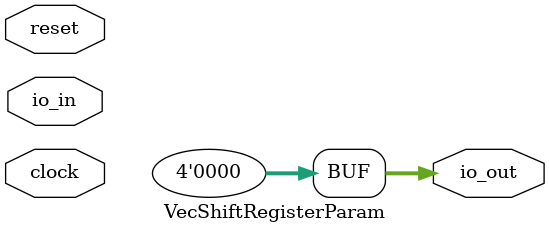
<source format=v>
module VecShiftRegisterParam(
  input        clock,
  input        reset,
  input  [3:0] io_in,
  output [3:0] io_out
);
  assign io_out = 4'h0; // @[VecShiftRegisterParam.scala 20:10]
endmodule

</source>
